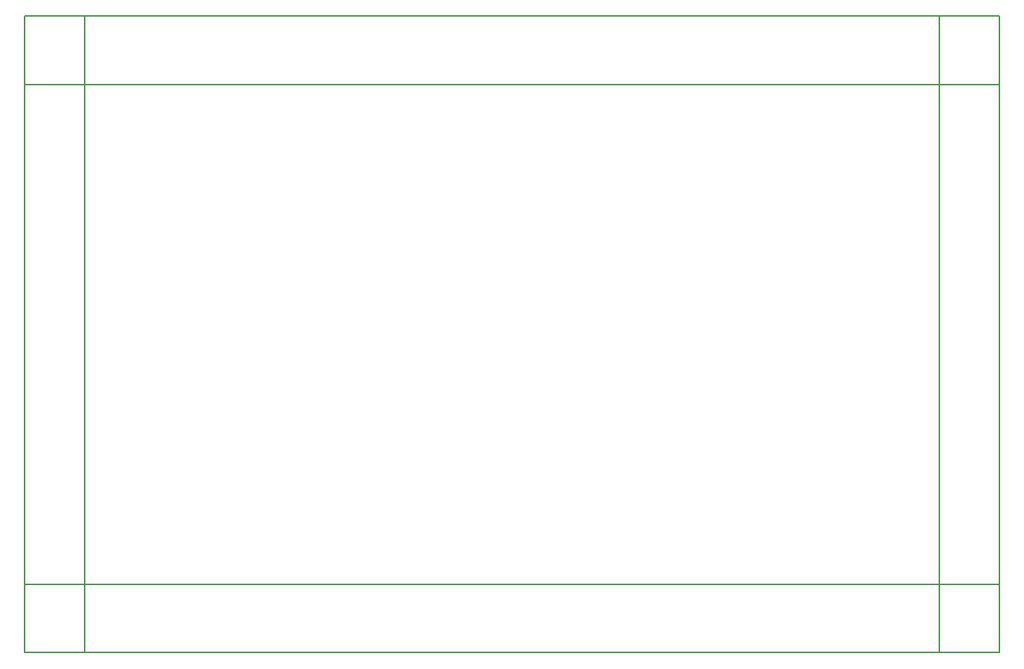
<source format=gm1>
G04 Layer_Color=16711935*
%FSLAX25Y25*%
%MOIN*%
G70*
G01*
G75*
%ADD115C,0.00500*%
D115*
X224409Y230315D02*
Y261811D01*
X-196851Y230315D02*
X196850D01*
Y261811D02*
X224409D01*
X196850Y230315D02*
X224410D01*
X196850D02*
Y261811D01*
X-196851Y230315D02*
X132283D01*
X-224409Y230315D02*
Y261811D01*
Y230315D02*
X-196850D01*
X-196850Y230315D02*
Y261811D01*
X-224410Y261811D02*
X-193307D01*
X-196851Y261811D02*
X196850D01*
X224410Y-31496D02*
Y-0D01*
X196851Y0D02*
X224410D01*
X224410Y0D01*
X196851Y-31496D02*
Y-0D01*
Y-31496D02*
X224410D01*
X224410Y0D02*
X224410Y-0D01*
X-224409Y-31496D02*
X-196850D01*
X-224409D02*
Y-0D01*
X-196850D01*
Y-31496D02*
Y-0D01*
Y-31496D02*
X196851D01*
X-196850Y0D02*
X196851D01*
X-224409Y250000D02*
X-224409Y-31496D01*
X196850Y250000D02*
X196851Y-19685D01*
X224410Y250000D02*
X224410Y-19685D01*
X-196850Y-31496D02*
Y250000D01*
M02*

</source>
